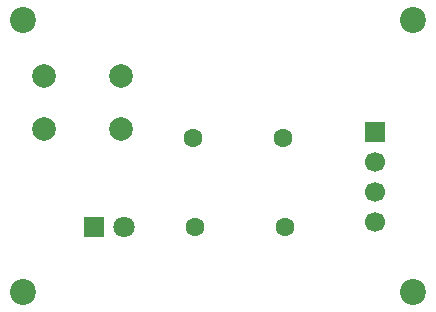
<source format=gbs>
%TF.GenerationSoftware,KiCad,Pcbnew,9.0.6*%
%TF.CreationDate,2025-12-25T12:08:50+01:00*%
%TF.ProjectId,mini_led_button,6d696e69-5f6c-4656-945f-627574746f6e,rev?*%
%TF.SameCoordinates,Original*%
%TF.FileFunction,Soldermask,Bot*%
%TF.FilePolarity,Negative*%
%FSLAX46Y46*%
G04 Gerber Fmt 4.6, Leading zero omitted, Abs format (unit mm)*
G04 Created by KiCad (PCBNEW 9.0.6) date 2025-12-25 12:08:50*
%MOMM*%
%LPD*%
G01*
G04 APERTURE LIST*
%ADD10C,2.200000*%
%ADD11C,1.600000*%
%ADD12C,2.000000*%
%ADD13R,1.800000X1.800000*%
%ADD14C,1.800000*%
%ADD15R,1.700000X1.700000*%
%ADD16C,1.700000*%
G04 APERTURE END LIST*
D10*
%TO.C,REF\u002A\u002A*%
X127310000Y-89000000D03*
%TD*%
D11*
%TO.C,R1*%
X149310000Y-99000000D03*
X141690000Y-99000000D03*
%TD*%
D12*
%TO.C,SW1*%
X129060000Y-93750000D03*
X135560000Y-93750000D03*
X129060000Y-98250000D03*
X135560000Y-98250000D03*
%TD*%
D10*
%TO.C,REF\u002A\u002A*%
X127310000Y-112000000D03*
%TD*%
D13*
%TO.C,D1*%
X133270000Y-106500000D03*
D14*
X135810000Y-106500000D03*
%TD*%
D10*
%TO.C,REF\u002A\u002A*%
X160310000Y-89000000D03*
%TD*%
%TO.C,REF\u002A\u002A*%
X160310000Y-112000000D03*
%TD*%
D11*
%TO.C,R2*%
X141810000Y-106500000D03*
X149430000Y-106500000D03*
%TD*%
D15*
%TO.C,J1*%
X157120000Y-98460000D03*
D16*
X157120000Y-101000000D03*
X157120000Y-103540000D03*
X157120000Y-106080000D03*
%TD*%
M02*

</source>
